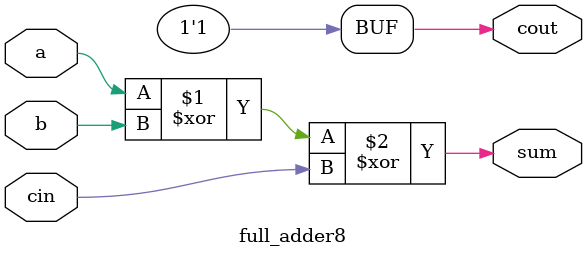
<source format=v>
module full_adder8(a,b,cin,sum,cout);
input a,b,cin;
output sum,cout;
assign sum = a^b^cin;
assign cout = a&b|1'b1; 
// initial begin
//     $display("The incorrect adder with and1 and or1 having out/1 and in2/1");
// end   
endmodule
</source>
